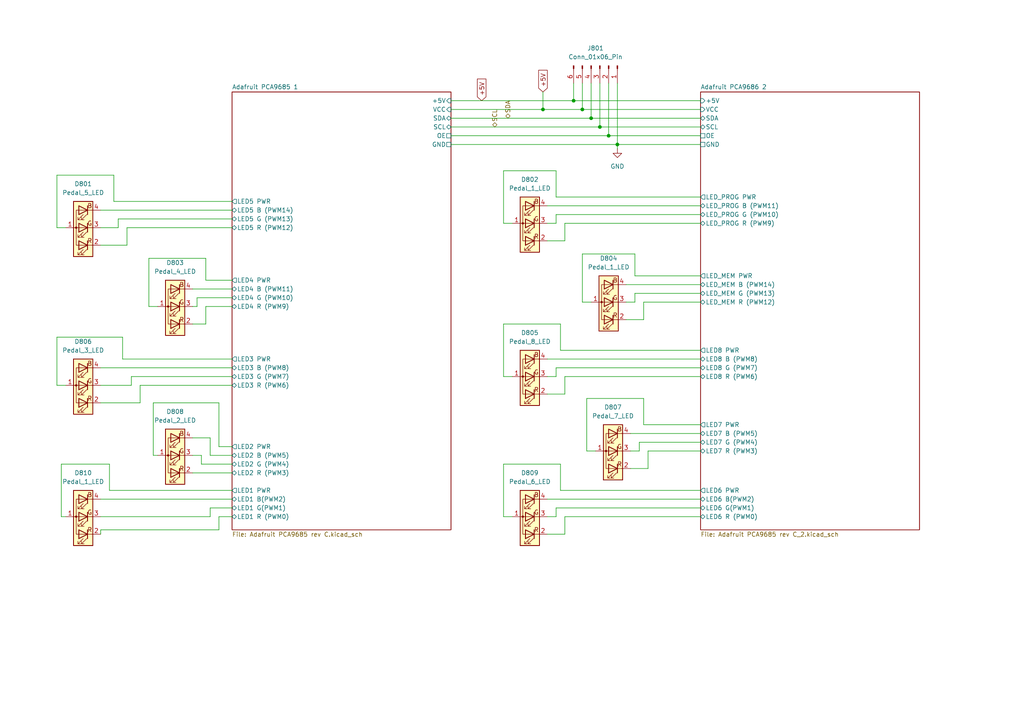
<source format=kicad_sch>
(kicad_sch (version 20250114) (generator "eeschema") (generator_version "9.0")
  (paper "A4")
  (lib_symbols
    (symbol "Connector:Conn_01x06_Pin" (pin_names (offset 1.016) (hide yes))
      (property "Reference" "J" (at 0 7.62 0))
      (property "Value" "Conn_01x06_Pin" (at 0 -10.16 0))
      (symbol "Conn_01x06_Pin_1_1"
        (rectangle (start 0.8636 5.207) (end 0 4.953) (stroke (width 0.1524)) (fill (type outline)))
        (rectangle (start 0.8636 2.667) (end 0 2.413) (stroke (width 0.1524)) (fill (type outline)))
        (rectangle (start 0.8636 0.127) (end 0 -0.127) (stroke (width 0.1524)) (fill (type outline)))
        (rectangle (start 0.8636 -2.413) (end 0 -2.667) (stroke (width 0.1524)) (fill (type outline)))
        (rectangle (start 0.8636 -4.953) (end 0 -5.207) (stroke (width 0.1524)) (fill (type outline)))
        (rectangle (start 0.8636 -7.493) (end 0 -7.747) (stroke (width 0.1524)) (fill (type outline)))
        (polyline (pts (xy 1.27 5.08) (xy 0.8636 5.08)) (stroke (width 0.1524)))
        (polyline (pts (xy 1.27 2.54) (xy 0.8636 2.54)) (stroke (width 0.1524)))
        (polyline (pts (xy 1.27 0) (xy 0.8636 0)) (stroke (width 0.1524)))
        (polyline (pts (xy 1.27 -2.54) (xy 0.8636 -2.54)) (stroke (width 0.1524)))
        (polyline (pts (xy 1.27 -5.08) (xy 0.8636 -5.08)) (stroke (width 0.1524)))
        (polyline (pts (xy 1.27 -7.62) (xy 0.8636 -7.62)) (stroke (width 0.1524)))
        (pin passive line (at 5.08 5.08 180) (length 3.81) (name "Pin_1") (number "1"))
        (pin passive line (at 5.08 2.54 180) (length 3.81) (name "Pin_2") (number "2"))
        (pin passive line (at 5.08 0 180) (length 3.81) (name "Pin_3") (number "3"))
        (pin passive line (at 5.08 -2.54 180) (length 3.81) (name "Pin_4") (number "4"))
        (pin passive line (at 5.08 -5.08 180) (length 3.81) (name "Pin_5") (number "5"))
        (pin passive line (at 5.08 -7.62 180) (length 3.81) (name "Pin_6") (number "6"))
      )
    )
    (symbol "Device:LED_ARGB" (pin_names (offset 0) (hide yes))
      (property "Reference" "D" (at 0 9.398 0))
      (property "Value" "LED_ARGB" (at 0 -8.89 0))
      (symbol "LED_ARGB_0_0"
        (text "R" (at -1.905 3.81 0) (effects (font (size 1.27 1.27))))
        (text "G" (at -1.905 -1.27 0) (effects (font (size 1.27 1.27))))
        (text "B" (at -1.905 -6.35 0) (effects (font (size 1.27 1.27))))
      )
      (symbol "LED_ARGB_0_1"
        (polyline (pts (xy -1.27 6.35) (xy -1.27 3.81)) (stroke (width 0.254)))
        (polyline (pts (xy -1.27 6.35) (xy -1.27 3.81) (xy -1.27 3.81)))
        (polyline (pts (xy -1.27 5.08) (xy -2.54 5.08)))
        (polyline (pts (xy -1.27 5.08) (xy 1.27 5.08)))
        (polyline (pts (xy -1.27 1.27) (xy -1.27 -1.27)) (stroke (width 0.254)))
        (polyline (pts (xy -1.27 1.27) (xy -1.27 -1.27) (xy -1.27 -1.27)))
        (polyline (pts (xy -1.27 0) (xy -2.54 0)))
        (polyline (pts (xy -1.27 -3.81) (xy -1.27 -6.35)) (stroke (width 0.254)))
        (polyline (pts (xy -1.27 -5.08) (xy -2.54 -5.08)))
        (polyline (pts (xy -1.27 -5.08) (xy 1.27 -5.08)))
        (polyline (pts (xy -1.016 6.35) (xy 0.508 7.874) (xy -0.254 7.874) (xy 0.508 7.874) (xy 0.508 7.112)))
        (polyline (pts (xy -1.016 1.27) (xy 0.508 2.794) (xy -0.254 2.794) (xy 0.508 2.794) (xy 0.508 2.032)))
        (polyline (pts (xy -1.016 -3.81) (xy 0.508 -2.286) (xy -0.254 -2.286) (xy 0.508 -2.286) (xy 0.508 -3.048)))
        (polyline (pts (xy 0 6.35) (xy 1.524 7.874) (xy 0.762 7.874) (xy 1.524 7.874) (xy 1.524 7.112)))
        (polyline (pts (xy 0 1.27) (xy 1.524 2.794) (xy 0.762 2.794) (xy 1.524 2.794) (xy 1.524 2.032)))
        (polyline (pts (xy 0 -3.81) (xy 1.524 -2.286) (xy 0.762 -2.286) (xy 1.524 -2.286) (xy 1.524 -3.048)))
        (polyline (pts (xy 1.27 6.35) (xy 1.27 3.81) (xy -1.27 5.08) (xy 1.27 6.35)) (stroke (width 0.254)))
        (rectangle (start 1.27 6.35) (end 1.27 6.35))
        (rectangle (start 1.27 3.81) (end 1.27 6.35))
        (polyline (pts (xy 1.27 1.27) (xy 1.27 -1.27) (xy -1.27 0) (xy 1.27 1.27)) (stroke (width 0.254)))
        (rectangle (start 1.27 1.27) (end 1.27 1.27))
        (polyline (pts (xy 1.27 0) (xy -1.27 0)))
        (polyline (pts (xy 1.27 0) (xy 2.54 0)))
        (rectangle (start 1.27 -1.27) (end 1.27 1.27))
        (polyline (pts (xy 1.27 -3.81) (xy 1.27 -6.35) (xy -1.27 -5.08) (xy 1.27 -3.81)) (stroke (width 0.254)))
        (polyline (pts (xy 1.27 -5.08) (xy 2.032 -5.08) (xy 2.032 5.08) (xy 1.27 5.08)))
        (circle (center 2.032 0) (radius 0.254) (fill (type outline)))
        (rectangle (start 2.794 8.382) (end -2.794 -7.62) (stroke (width 0.254)) (fill (type background)))
      )
      (symbol "LED_ARGB_1_1"
        (pin passive line (at -5.08 5.08 0) (length 2.54) (name "RK") (number "2"))
        (pin passive line (at -5.08 0 0) (length 2.54) (name "GK") (number "3"))
        (pin passive line (at -5.08 -5.08 0) (length 2.54) (name "BK") (number "4"))
        (pin passive line (at 5.08 0 180) (length 2.54) (name "A") (number "1"))
      )
    )
    (symbol "GND_1" (power) (pin_numbers (hide yes)) (pin_names (offset 0) (hide yes))
      (property "Value" "GND" (at 0 -3.81 0))
      (symbol "GND_1_0_1"
        (polyline (pts (xy 0 0) (xy 0 -1.27) (xy 1.27 -1.27) (xy 0 -2.54) (xy -1.27 -1.27) (xy 0 -1.27)))
      )
      (symbol "GND_1_1_1"
        (pin power_in line (at 0 0 270) (length 0) (name "~") (number "1"))
      )
    )
  )
  (junction (at 171.45 34.29))
  (junction (at 179.07 41.91))
  (junction (at 157.48 31.75))
  (junction (at 173.99 36.83))
  (junction (at 176.53 39.37))
  (junction (at 166.37 29.21))
  (junction (at 168.91 31.75))
  (wire (pts (xy 162.56 101.6) (xy 203.2 101.6)))
  (wire (pts (xy 185.42 128.27) (xy 185.42 130.81)))
  (wire (pts (xy 58.42 134.62) (xy 58.42 132.08)))
  (wire (pts (xy 184.15 80.01) (xy 184.15 73.66)))
  (wire (pts (xy 130.81 36.83) (xy 173.99 36.83)))
  (wire (pts (xy 203.2 85.09) (xy 184.15 85.09)))
  (wire (pts (xy 29.21 106.68) (xy 67.31 106.68)))
  (wire (pts (xy 146.05 149.86) (xy 148.59 149.86)))
  (wire (pts (xy 34.29 66.04) (xy 29.21 66.04)))
  (wire (pts (xy 17.78 134.62) (xy 17.78 149.86)))
  (wire (pts (xy 35.56 104.14) (xy 35.56 97.79)))
  (wire (pts (xy 44.45 116.84) (xy 44.45 132.08)))
  (wire (pts (xy 166.37 29.21) (xy 203.2 29.21)))
  (wire (pts (xy 168.91 87.63) (xy 171.45 87.63)))
  (wire (pts (xy 67.31 144.78) (xy 29.21 144.78)))
  (wire (pts (xy 185.42 130.81) (xy 182.88 130.81)))
  (wire (pts (xy 67.31 86.36) (xy 57.15 86.36)))
  (wire (pts (xy 60.96 147.32) (xy 60.96 149.86)))
  (wire (pts (xy 130.81 31.75) (xy 157.48 31.75)))
  (wire (pts (xy 168.91 31.75) (xy 168.91 24.13)))
  (wire (pts (xy 63.5 153.67) (xy 63.5 149.86)))
  (wire (pts (xy 163.83 109.22) (xy 163.83 114.3)))
  (wire (pts (xy 34.29 63.5) (xy 34.29 66.04)))
  (wire (pts (xy 181.61 87.63) (xy 184.15 87.63)))
  (wire (pts (xy 186.69 87.63) (xy 203.2 87.63)))
  (wire (pts (xy 146.05 93.98) (xy 162.56 93.98)))
  (wire (pts (xy 55.88 137.16) (xy 67.31 137.16)))
  (wire (pts (xy 161.29 62.23) (xy 161.29 64.77)))
  (wire (pts (xy 16.51 50.8) (xy 16.51 66.04)))
  (wire (pts (xy 162.56 93.98) (xy 162.56 101.6)))
  (wire (pts (xy 184.15 85.09) (xy 184.15 87.63)))
  (wire (pts (xy 173.99 36.83) (xy 203.2 36.83)))
  (wire (pts (xy 29.21 154.94) (xy 29.21 153.67)))
  (wire (pts (xy 179.07 41.91) (xy 179.07 24.13)))
  (wire (pts (xy 57.15 86.36) (xy 57.15 88.9)))
  (wire (pts (xy 29.21 153.67) (xy 63.5 153.67)))
  (wire (pts (xy 203.2 142.24) (xy 162.56 142.24)))
  (wire (pts (xy 31.75 134.62) (xy 31.75 142.24)))
  (wire (pts (xy 203.2 147.32) (xy 161.29 147.32)))
  (wire (pts (xy 158.75 104.14) (xy 203.2 104.14)))
  (wire (pts (xy 179.07 41.91) (xy 179.07 43.18)))
  (wire (pts (xy 146.05 109.22) (xy 146.05 93.98)))
  (wire (pts (xy 38.1 111.76) (xy 38.1 109.22)))
  (wire (pts (xy 43.18 88.9) (xy 43.18 74.93)))
  (wire (pts (xy 170.18 130.81) (xy 172.72 130.81)))
  (wire (pts (xy 43.18 74.93) (xy 59.69 74.93)))
  (wire (pts (xy 186.69 92.71) (xy 186.69 87.63)))
  (wire (pts (xy 181.61 92.71) (xy 186.69 92.71)))
  (wire (pts (xy 67.31 147.32) (xy 60.96 147.32)))
  (wire (pts (xy 146.05 134.62) (xy 146.05 149.86)))
  (wire (pts (xy 157.48 31.75) (xy 168.91 31.75)))
  (wire (pts (xy 161.29 49.53) (xy 161.29 57.15)))
  (wire (pts (xy 55.88 93.98) (xy 59.69 93.98)))
  (wire (pts (xy 29.21 149.86) (xy 60.96 149.86)))
  (wire (pts (xy 44.45 132.08) (xy 45.72 132.08)))
  (wire (pts (xy 67.31 58.42) (xy 33.02 58.42)))
  (wire (pts (xy 29.21 116.84) (xy 40.64 116.84)))
  (wire (pts (xy 161.29 57.15) (xy 203.2 57.15)))
  (wire (pts (xy 203.2 62.23) (xy 161.29 62.23)))
  (wire (pts (xy 161.29 106.68) (xy 203.2 106.68)))
  (wire (pts (xy 130.81 39.37) (xy 176.53 39.37)))
  (wire (pts (xy 161.29 106.68) (xy 161.29 109.22)))
  (wire (pts (xy 60.96 132.08) (xy 60.96 127)))
  (wire (pts (xy 162.56 142.24) (xy 162.56 134.62)))
  (wire (pts (xy 158.75 114.3) (xy 163.83 114.3)))
  (wire (pts (xy 45.72 88.9) (xy 43.18 88.9)))
  (wire (pts (xy 182.88 135.89) (xy 187.96 135.89)))
  (wire (pts (xy 148.59 109.22) (xy 146.05 109.22)))
  (wire (pts (xy 158.75 59.69) (xy 203.2 59.69)))
  (wire (pts (xy 63.5 129.54) (xy 63.5 116.84)))
  (wire (pts (xy 186.69 123.19) (xy 186.69 115.57)))
  (wire (pts (xy 67.31 63.5) (xy 34.29 63.5)))
  (wire (pts (xy 16.51 66.04) (xy 19.05 66.04)))
  (wire (pts (xy 157.48 26.67) (xy 157.48 31.75)))
  (wire (pts (xy 59.69 81.28) (xy 67.31 81.28)))
  (wire (pts (xy 67.31 129.54) (xy 63.5 129.54)))
  (wire (pts (xy 163.83 149.86) (xy 203.2 149.86)))
  (wire (pts (xy 187.96 130.81) (xy 187.96 135.89)))
  (wire (pts (xy 67.31 142.24) (xy 31.75 142.24)))
  (wire (pts (xy 176.53 39.37) (xy 176.53 24.13)))
  (wire (pts (xy 35.56 97.79) (xy 16.51 97.79)))
  (wire (pts (xy 171.45 34.29) (xy 203.2 34.29)))
  (wire (pts (xy 29.21 71.12) (xy 36.83 71.12)))
  (wire (pts (xy 170.18 115.57) (xy 170.18 130.81)))
  (wire (pts (xy 33.02 50.8) (xy 16.51 50.8)))
  (wire (pts (xy 40.64 111.76) (xy 67.31 111.76)))
  (wire (pts (xy 29.21 111.76) (xy 38.1 111.76)))
  (wire (pts (xy 31.75 134.62) (xy 17.78 134.62)))
  (wire (pts (xy 130.81 41.91) (xy 179.07 41.91)))
  (wire (pts (xy 63.5 116.84) (xy 44.45 116.84)))
  (wire (pts (xy 161.29 147.32) (xy 161.29 149.86)))
  (wire (pts (xy 40.64 116.84) (xy 40.64 111.76)))
  (wire (pts (xy 59.69 88.9) (xy 59.69 93.98)))
  (wire (pts (xy 163.83 64.77) (xy 203.2 64.77)))
  (wire (pts (xy 59.69 74.93) (xy 59.69 81.28)))
  (wire (pts (xy 67.31 104.14) (xy 35.56 104.14)))
  (wire (pts (xy 158.75 149.86) (xy 161.29 149.86)))
  (wire (pts (xy 55.88 127) (xy 60.96 127)))
  (wire (pts (xy 36.83 71.12) (xy 36.83 66.04)))
  (wire (pts (xy 130.81 29.21) (xy 166.37 29.21)))
  (wire (pts (xy 38.1 109.22) (xy 67.31 109.22)))
  (wire (pts (xy 36.83 66.04) (xy 67.31 66.04)))
  (wire (pts (xy 168.91 31.75) (xy 203.2 31.75)))
  (wire (pts (xy 163.83 154.94) (xy 163.83 149.86)))
  (wire (pts (xy 173.99 36.83) (xy 173.99 24.13)))
  (wire (pts (xy 179.07 41.91) (xy 203.2 41.91)))
  (wire (pts (xy 158.75 109.22) (xy 161.29 109.22)))
  (wire (pts (xy 158.75 144.78) (xy 203.2 144.78)))
  (wire (pts (xy 63.5 149.86) (xy 67.31 149.86)))
  (wire (pts (xy 184.15 73.66) (xy 168.91 73.66)))
  (wire (pts (xy 162.56 134.62) (xy 146.05 134.62)))
  (wire (pts (xy 130.81 34.29) (xy 171.45 34.29)))
  (wire (pts (xy 33.02 58.42) (xy 33.02 50.8)))
  (wire (pts (xy 67.31 134.62) (xy 58.42 134.62)))
  (wire (pts (xy 16.51 97.79) (xy 16.51 111.76)))
  (wire (pts (xy 181.61 82.55) (xy 203.2 82.55)))
  (wire (pts (xy 203.2 123.19) (xy 186.69 123.19)))
  (wire (pts (xy 166.37 29.21) (xy 166.37 24.13)))
  (wire (pts (xy 57.15 88.9) (xy 55.88 88.9)))
  (wire (pts (xy 17.78 149.86) (xy 19.05 149.86)))
  (wire (pts (xy 67.31 132.08) (xy 60.96 132.08)))
  (wire (pts (xy 203.2 109.22) (xy 163.83 109.22)))
  (wire (pts (xy 158.75 154.94) (xy 163.83 154.94)))
  (wire (pts (xy 168.91 73.66) (xy 168.91 87.63)))
  (wire (pts (xy 146.05 49.53) (xy 161.29 49.53)))
  (wire (pts (xy 148.59 64.77) (xy 146.05 64.77)))
  (wire (pts (xy 203.2 130.81) (xy 187.96 130.81)))
  (wire (pts (xy 182.88 125.73) (xy 203.2 125.73)))
  (wire (pts (xy 163.83 69.85) (xy 163.83 64.77)))
  (wire (pts (xy 203.2 128.27) (xy 185.42 128.27)))
  (wire (pts (xy 171.45 34.29) (xy 171.45 24.13)))
  (wire (pts (xy 67.31 88.9) (xy 59.69 88.9)))
  (wire (pts (xy 29.21 60.96) (xy 67.31 60.96)))
  (wire (pts (xy 16.51 111.76) (xy 19.05 111.76)))
  (wire (pts (xy 203.2 80.01) (xy 184.15 80.01)))
  (wire (pts (xy 186.69 115.57) (xy 170.18 115.57)))
  (wire (pts (xy 146.05 64.77) (xy 146.05 49.53)))
  (wire (pts (xy 58.42 132.08) (xy 55.88 132.08)))
  (wire (pts (xy 161.29 64.77) (xy 158.75 64.77)))
  (wire (pts (xy 176.53 39.37) (xy 203.2 39.37)))
  (wire (pts (xy 158.75 69.85) (xy 163.83 69.85)))
  (wire (pts (xy 55.88 83.82) (xy 67.31 83.82)))
  (global_label "+5V" (shape input) (at 157.48 26.67 90) (property "Intersheetrefs" "${INTERSHEET_REFS}" (effects (hide yes))))
  (global_label "+5V" (shape input) (at 139.7 29.21 90) (property "Intersheetrefs" "${INTERSHEET_REFS}" (effects (hide yes))))
  (hierarchical_label "SDA" (shape bidirectional) (at 147.32 34.29 90))
  (hierarchical_label "SCL" (shape bidirectional) (at 143.51 36.83 90))
  (symbol (lib_id "Connector:Conn_01x06_Pin") (at 173.99 19.05 270) (unit 1)
    (property "Reference" "J801" (at 172.72 13.97 90))
    (property "Value" "Conn_01x06_Pin" (at 172.72 16.51 90))
    (property "Footprint" "Connector_PinHeader_2.54mm:PinHeader_1x06_P2.54mm_Vertical" (effects (hide yes)))
    (property "Description" "Generic connector, single row, 01x06, script generated" (effects (hide yes)))
  )
  (symbol (lib_id "Device:LED_ARGB") (at 153.67 64.77 180) (unit 1) (exclude_from_sim yes) (on_board no)
    (property "Reference" "D802" (at 153.67 52.07 0))
    (property "Value" "Pedal_1_LED" (at 153.67 54.61 0))
    (property "Description" "RGB LED, anode/red/green/blue" (effects (hide yes)))
  )
  (symbol (lib_name "GND_1") (lib_id "power:GND") (at 179.07 43.18 0) (unit 1)
    (property "Reference" "#PWR0801" (effects (hide yes)))
    (property "Value" "GND" (at 179.07 48.26 0))
    (property "Description" "Power symbol creates a global label with name \"GND\" , ground" (effects (hide yes)))
  )
  (symbol (lib_id "Device:LED_ARGB") (at 24.13 66.04 180) (unit 1) (exclude_from_sim yes) (on_board no)
    (property "Reference" "D801" (at 24.13 53.34 0))
    (property "Value" "Pedal_5_LED" (at 24.13 55.88 0))
    (property "Description" "RGB LED, anode/red/green/blue" (effects (hide yes)))
  )
  (symbol (lib_id "Device:LED_ARGB") (at 24.13 149.86 180) (unit 1) (exclude_from_sim yes) (on_board no)
    (property "Reference" "D810" (at 24.13 137.16 0))
    (property "Value" "Pedal_1_LED" (at 24.13 139.7 0))
    (property "Description" "RGB LED, anode/red/green/blue" (effects (hide yes)))
  )
  (symbol (lib_id "Device:LED_ARGB") (at 176.53 87.63 180) (unit 1) (exclude_from_sim yes) (on_board no)
    (property "Reference" "D804" (at 176.53 74.93 0))
    (property "Value" "Pedal_1_LED" (at 176.53 77.47 0))
    (property "Description" "RGB LED, anode/red/green/blue" (effects (hide yes)))
  )
  (symbol (lib_id "Device:LED_ARGB") (at 50.8 88.9 180) (unit 1) (exclude_from_sim yes) (on_board no)
    (property "Reference" "D803" (at 50.8 76.2 0))
    (property "Value" "Pedal_4_LED" (at 50.8 78.74 0))
    (property "Description" "RGB LED, anode/red/green/blue" (effects (hide yes)))
  )
  (symbol (lib_id "Device:LED_ARGB") (at 153.67 149.86 180) (unit 1) (exclude_from_sim yes) (on_board no)
    (property "Reference" "D809" (at 153.67 137.16 0))
    (property "Value" "Pedal_6_LED" (at 153.67 139.7 0))
    (property "Description" "RGB LED, anode/red/green/blue" (effects (hide yes)))
  )
  (symbol (lib_id "Device:LED_ARGB") (at 153.67 109.22 180) (unit 1) (exclude_from_sim yes) (on_board no)
    (property "Reference" "D805" (at 153.67 96.52 0))
    (property "Value" "Pedal_8_LED" (at 153.67 99.06 0))
    (property "Description" "RGB LED, anode/red/green/blue" (effects (hide yes)))
  )
  (symbol (lib_id "Device:LED_ARGB") (at 24.13 111.76 180) (unit 1) (exclude_from_sim yes) (on_board no)
    (property "Reference" "D806" (at 24.13 99.06 0))
    (property "Value" "Pedal_3_LED" (at 24.13 101.6 0))
    (property "Description" "RGB LED, anode/red/green/blue" (effects (hide yes)))
  )
  (symbol (lib_id "Device:LED_ARGB") (at 50.8 132.08 180) (unit 1) (exclude_from_sim yes) (on_board no)
    (property "Reference" "D808" (at 50.8 119.38 0))
    (property "Value" "Pedal_2_LED" (at 50.8 121.92 0))
    (property "Description" "RGB LED, anode/red/green/blue" (effects (hide yes)))
  )
  (symbol (lib_id "Device:LED_ARGB") (at 177.8 130.81 180) (unit 1) (exclude_from_sim yes) (on_board no)
    (property "Reference" "D807" (at 177.8 118.11 0))
    (property "Value" "Pedal_7_LED" (at 177.8 120.65 0))
    (property "Description" "RGB LED, anode/red/green/blue" (effects (hide yes)))
  )
  (sheet (at 203.2 26.67) (size 63.5 127) (exclude_from_sim yes) (on_board no) (stroke (width 0.1524))
    (property "Sheetname" "Adafruit PCA9686 2" (at 203.2 25.9584 0) (effects (justify left bottom)))
    (property "Sheetfile" "Adafruit PCA9685 rev C_2.kicad_sch" (at 203.2 154.2546 0) (effects (justify left top)))
    (pin "+5V" input (at 203.2 29.21 180))
    (pin "GND" passive (at 203.2 41.91 180))
    (pin "OE" passive (at 203.2 39.37 180))
    (pin "SCL" bidirectional (at 203.2 36.83 180))
    (pin "SDA" bidirectional (at 203.2 34.29 180))
    (pin "VCC" input (at 203.2 31.75 180))
    (pin "LED6 B(PWM2)" bidirectional (at 203.2 144.78 180))
    (pin "LED6 G(PWM1)" bidirectional (at 203.2 147.32 180))
    (pin "LED6 PWR" output (at 203.2 142.24 180))
    (pin "LED6 R (PWM0)" bidirectional (at 203.2 149.86 180))
    (pin "LED7 B (PWM5)" bidirectional (at 203.2 125.73 180))
    (pin "LED7 G (PWM4)" bidirectional (at 203.2 128.27 180))
    (pin "LED7 PWR" output (at 203.2 123.19 180))
    (pin "LED7 R (PWM3)" bidirectional (at 203.2 130.81 180))
    (pin "LED8 B (PWM8)" bidirectional (at 203.2 104.14 180))
    (pin "LED8 PWR" output (at 203.2 101.6 180))
    (pin "LED8 R (PWM6)" bidirectional (at 203.2 109.22 180))
    (pin "LED_MEM B (PWM14)" bidirectional (at 203.2 82.55 180))
    (pin "LED_MEM G (PWM13)" bidirectional (at 203.2 85.09 180))
    (pin "LED_MEM PWR" output (at 203.2 80.01 180))
    (pin "LED_MEM R (PWM12)" bidirectional (at 203.2 87.63 180))
    (pin "LED_PROG B (PWM11)" bidirectional (at 203.2 59.69 180))
    (pin "LED_PROG G (PWM10)" bidirectional (at 203.2 62.23 180))
    (pin "LED_PROG PWR" output (at 203.2 57.15 180))
    (pin "LED_PROG R (PWM9)" bidirectional (at 203.2 64.77 180))
    (pin "LED8 G (PWM7)" bidirectional (at 203.2 106.68 180))
  )
  (sheet (at 67.31 26.67) (size 63.5 127) (exclude_from_sim yes) (on_board no) (stroke (width 0.1524))
    (property "Sheetname" "Adafruit PCA9685 1" (at 67.31 25.9584 0) (effects (justify left bottom)))
    (property "Sheetfile" "Adafruit PCA9685 rev C.kicad_sch" (at 67.31 154.2546 0) (effects (justify left top)))
    (pin "+5V" input (at 130.81 29.21 0))
    (pin "GND" passive (at 130.81 41.91 0))
    (pin "OE" passive (at 130.81 39.37 0))
    (pin "SCL" bidirectional (at 130.81 36.83 0))
    (pin "SDA" bidirectional (at 130.81 34.29 0))
    (pin "VCC" input (at 130.81 31.75 0))
    (pin "LED1 B(PWM2)" bidirectional (at 67.31 144.78 180))
    (pin "LED1 G(PWM1)" bidirectional (at 67.31 147.32 180))
    (pin "LED1 PWR" output (at 67.31 142.24 180))
    (pin "LED1 R (PWM0)" bidirectional (at 67.31 149.86 180))
    (pin "LED2 B (PWM5)" bidirectional (at 67.31 132.08 180))
    (pin "LED2 G (PWM4)" bidirectional (at 67.31 134.62 180))
    (pin "LED2 PWR" output (at 67.31 129.54 180))
    (pin "LED2 R (PWM3)" bidirectional (at 67.31 137.16 180))
    (pin "LED3 B (PWM8)" bidirectional (at 67.31 106.68 180))
    (pin "LED3 G (PWM7)" bidirectional (at 67.31 109.22 180))
    (pin "LED3 PWR" output (at 67.31 104.14 180))
    (pin "LED3 R (PWM6)" bidirectional (at 67.31 111.76 180))
    (pin "LED4 PWR" output (at 67.31 81.28 180))
    (pin "LED5 PWR" output (at 67.31 58.42 180))
    (pin "LED4 B (PWM11)" bidirectional (at 67.31 83.82 180))
    (pin "LED4 G (PWM10)" bidirectional (at 67.31 86.36 180))
    (pin "LED4 R (PWM9)" bidirectional (at 67.31 88.9 180))
    (pin "LED5 B (PWM14)" bidirectional (at 67.31 60.96 180))
    (pin "LED5 G (PWM13)" bidirectional (at 67.31 63.5 180))
    (pin "LED5 R (PWM12)" bidirectional (at 67.31 66.04 180))
  )
)
</source>
